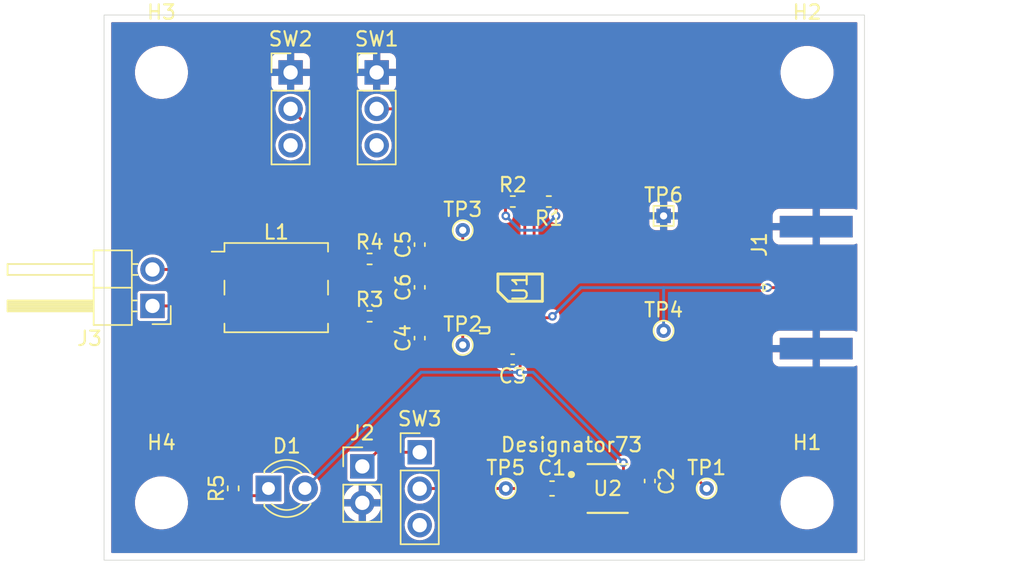
<source format=kicad_pcb>
(kicad_pcb (version 20240108) (generator "pcbnew") (generator_version "8.0")
  (layers (0 "F.Cu" signal) (31 "B.Cu" signal) (34 "B.Paste" user) (35 "F.Paste" user) (36 "B.SilkS" user "B.Silkscreen") (37 "F.SilkS" user "F.Silkscreen") (38 "B.Mask" user) (39 "F.Mask" user) (44 "Edge.Cuts" user))
  (net 0 "")
  (net 1 "GND")
  (net 2 "Net-(SW3-B)")
  (net 3 "+3.3V")
  (net 4 "/IN+")
  (net 5 "/IN-")
  (net 6 "Net-(D1-K)")
  (net 7 "Net-(J1-In)")
  (net 8 "/EXT_IN+")
  (net 9 "/EXT_IN-")
  (net 10 "/GS0")
  (net 11 "/GS1")
  (net 12 "Net-(L1-Pad3)")
  (net 13 "Net-(L1-Pad4)")
  (net 15 "/VBAT+")
  (footprint "MountingHole:MountingHole_3.2mm_M3" (layer "F.Cu") (at 144 77)
    (property "Reference" "H3" (at 0 -4.2 0) (layer "F.SilkS"))
    (property "Value" "MountingHole")
    (pad "" np_thru_hole circle (at 0 0) (size 3.2 3.2) (drill 3.2) (layers "*.Cu" "*.Mask"))
  )
  (footprint "Resistor_SMD:R_0402_1005Metric" (layer "F.Cu") (at 149 105.99 90)
    (property "Reference" "R5" (at 0 -1.17 270) (layer "F.SilkS"))
    (property "Value" "100")
    (fp_line (start -0.153641 -0.38) (end 0.153641 -0.38) (stroke (width 0.12)) (layer "F.SilkS"))
    (fp_line (start -0.153641 0.38) (end 0.153641 0.38) (stroke (width 0.12)) (layer "F.SilkS"))
    (pad "1" smd roundrect (at -0.51 0 90) (size 0.54 0.64) (layers "F.Cu" "F.Paste" "F.Mask") (net 6 "Net-(D1-K)"))
    (pad "2" smd roundrect (at 0.51 0 90) (size 0.54 0.64) (layers "F.Cu" "F.Paste" "F.Mask") (net 1 "GND"))
  )
  (footprint "Capacitor_SMD:C_0402_1005Metric" (layer "F.Cu") (at 162 95.52 90)
    (property "Reference" "C4" (at 0 -1.16 270) (layer "F.SilkS"))
    (property "Value" "10n")
    (fp_line (start -0.107836 -0.36) (end 0.107836 -0.36) (stroke (width 0.12)) (layer "F.SilkS"))
    (fp_line (start -0.107836 0.36) (end 0.107836 0.36) (stroke (width 0.12)) (layer "F.SilkS"))
    (pad "1" smd roundrect (at -0.48 0 90) (size 0.56 0.62) (layers "F.Cu" "F.Paste" "F.Mask") (net 1 "GND"))
    (pad "2" smd roundrect (at 0.48 0 90) (size 0.56 0.62) (layers "F.Cu" "F.Paste" "F.Mask") (net 5 "/IN-"))
  )
  (footprint "MountingHole:MountingHole_3.2mm_M3" (layer "F.Cu") (at 189 77)
    (property "Reference" "H2" (at 0 -4.2 0) (layer "F.SilkS"))
    (property "Value" "MountingHole")
    (pad "" np_thru_hole circle (at 0 0) (size 3.2 3.2) (drill 3.2) (layers "*.Cu" "*.Mask"))
  )
  (footprint "Connector_PinHeader_2.54mm:PinHeader_1x02_P2.54mm_Horizontal" (layer "F.Cu") (at 143.375 93.275 180)
    (property "Reference" "J3" (at 4.385 -2.27 180) (layer "F.SilkS"))
    (property "Value" "Conn_01x02_Pin")
    (fp_line (start 10.1 2.92) (end 4.1 2.92) (stroke (width 0.12)) (layer "F.SilkS"))
    (fp_line (start 10.1 2.16) (end 10.1 2.92) (stroke (width 0.12)) (layer "F.SilkS"))
    (fp_line (start 10.1 0.38) (end 4.1 0.38) (stroke (width 0.12)) (layer "F.SilkS"))
    (fp_line (start 10.1 -0.38) (end 10.1 0.38) (stroke (width 0.12)) (layer "F.SilkS"))
    (fp_line (start 4.1 3.87) (end 4.1 -1.33) (stroke (width 0.12)) (layer "F.SilkS"))
    (fp_line (start 4.1 2.16) (end 10.1 2.16) (stroke (width 0.12)) (layer "F.SilkS"))
    (fp_line (start 4.1 0.28) (end 10.1 0.28) (stroke (width 0.12)) (layer "F.SilkS"))
    (fp_line (start 4.1 0.16) (end 10.1 0.16) (stroke (width 0.12)) (layer "F.SilkS"))
    (fp_line (start 4.1 0.04) (end 10.1 0.04) (stroke (width 0.12)) (layer "F.SilkS"))
    (fp_line (start 4.1 -0.08) (end 10.1 -0.08) (stroke (width 0.12)) (layer "F.SilkS"))
    (fp_line (start 4.1 -0.2) (end 10.1 -0.2) (stroke (width 0.12)) (layer "F.SilkS"))
    (fp_line (start 4.1 -0.32) (end 10.1 -0.32) (stroke (width 0.12)) (layer "F.SilkS"))
    (fp_line (start 4.1 -0.38) (end 10.1 -0.38) (stroke (width 0.12)) (layer "F.SilkS"))
    (fp_line (start 4.1 -1.33) (end 1.44 -1.33) (stroke (width 0.12)) (layer "F.SilkS"))
    (fp_line (start 1.44 3.87) (end 4.1 3.87) (stroke (width 0.12)) (layer "F.SilkS"))
    (fp_line (start 1.44 1.27) (end 4.1 1.27) (stroke (width 0.12)) (layer "F.SilkS"))
    (fp_line (start 1.44 -1.33) (end 1.44 3.87) (stroke (width 0.12)) (layer "F.SilkS"))
    (fp_line (start 1.11 0.38) (end 1.44 0.38) (stroke (width 0.12)) (layer "F.SilkS"))
    (fp_line (start 1.11 -0.38) (end 1.44 -0.38) (stroke (width 0.12)) (layer "F.SilkS"))
    (fp_line (start 1.042929 2.92) (end 1.44 2.92) (stroke (width 0.12)) (layer "F.SilkS"))
    (fp_line (start 1.042929 2.16) (end 1.44 2.16) (stroke (width 0.12)) (layer "F.SilkS"))
    (fp_line (start -1.27 0) (end -1.27 -1.27) (stroke (width 0.12)) (layer "F.SilkS"))
    (fp_line (start -1.27 -1.27) (end 0 -1.27) (stroke (width 0.12)) (layer "F.SilkS"))
    (pad "1" thru_hole rect (at 0 0 180) (size 1.7 1.7) (drill 1) (layers "*.Cu" "*.Mask") (net 9 "/EXT_IN-"))
    (pad "2" thru_hole oval (at 0 2.54 180) (size 1.7 1.7) (drill 1) (layers "*.Cu" "*.Mask") (net 8 "/EXT_IN+"))
  )
  (footprint "Resistor_SMD:R_0402_1005Metric" (layer "F.Cu") (at 158.51 94)
    (property "Reference" "R3" (at 0 -1.17 0) (layer "F.SilkS"))
    (property "Value" "4.7")
    (fp_line (start -0.153641 -0.38) (end 0.153641 -0.38) (stroke (width 0.12)) (layer "F.SilkS"))
    (fp_line (start -0.153641 0.38) (end 0.153641 0.38) (stroke (width 0.12)) (layer "F.SilkS"))
    (pad "1" smd roundrect (at -0.51 0) (size 0.54 0.64) (layers "F.Cu" "F.Paste" "F.Mask") (net 12 "Net-(L1-Pad3)"))
    (pad "2" smd roundrect (at 0.51 0) (size 0.54 0.64) (layers "F.Cu" "F.Paste" "F.Mask") (net 5 "/IN-"))
  )
  (footprint "TestPoint:TestPoint_THTPad_D1.0mm_Drill0.5mm" (layer "F.Cu") (at 168 106)
    (property "Reference" "TP5" (at 0 -1.448 0) (layer "F.SilkS"))
    (property "Value" "TestPoint")
    (fp_circle (center 0 0) (end 0 0.7) (stroke (width 0.12)) (fill none) (layer "F.SilkS"))
    (pad "1" thru_hole circle (at 0 0) (size 1 1) (drill 0.5) (layers "*.Cu" "*.Mask") (net 2 "Net-(SW3-B)"))
  )
  (footprint "LED_THT:LED_D3.0mm" (layer "F.Cu") (at 151.46 106)
    (property "Reference" "D1" (at 1.27 -2.96 0) (layer "F.SilkS"))
    (property "Value" "LED")
    (fp_line (start -0.29 -1.236) (end -0.29 -1.08) (stroke (width 0.12)) (layer "F.SilkS"))
    (fp_line (start -0.29 1.08) (end -0.29 1.236) (stroke (width 0.12)) (layer "F.SilkS"))
    (fp_arc (start -0.29 -1.235516) (mid 1.366487 -1.987659) (end 2.942335 -1.078608) (stroke (width 0.12)) (layer "F.SilkS"))
    (fp_arc (start 0.229039 -1.08) (mid 1.270117 -1.5) (end 2.31113 -1.079837) (stroke (width 0.12)) (layer "F.SilkS"))
    (fp_arc (start 2.31113 1.079837) (mid 1.270117 1.5) (end 0.229039 1.08) (stroke (width 0.12)) (layer "F.SilkS"))
    (fp_arc (start 2.942335 1.078608) (mid 1.366487 1.987659) (end -0.29 1.235516) (stroke (width 0.12)) (layer "F.SilkS"))
    (pad "1" thru_hole rect (at 0 0) (size 1.8 1.8) (drill 0.9) (layers "*.Cu" "*.Mask") (net 6 "Net-(D1-K)"))
    (pad "2" thru_hole circle (at 2.54 0) (size 1.8 1.8) (drill 0.9) (layers "*.Cu" "*.Mask") (net 3 "+3.3V"))
  )
  (footprint "Resistor_SMD:R_0402_1005Metric" (layer "F.Cu") (at 158.51 90)
    (property "Reference" "R4" (at 0 -1.17 0) (layer "F.SilkS"))
    (property "Value" "4.7")
    (fp_line (start -0.153641 -0.38) (end 0.153641 -0.38) (stroke (width 0.12)) (layer "F.SilkS"))
    (fp_line (start -0.153641 0.38) (end 0.153641 0.38) (stroke (width 0.12)) (layer "F.SilkS"))
    (pad "1" smd roundrect (at -0.51 0) (size 0.54 0.64) (layers "F.Cu" "F.Paste" "F.Mask") (net 13 "Net-(L1-Pad4)"))
    (pad "2" smd roundrect (at 0.51 0) (size 0.54 0.64) (layers "F.Cu" "F.Paste" "F.Mask") (net 4 "/IN+"))
  )
  (footprint "Connector_PinHeader_2.54mm:PinHeader_1x03_P2.54mm_Vertical" (layer "F.Cu") (at 162 103.475)
    (property "Reference" "SW3" (at 0 -2.33 0) (layer "F.SilkS"))
    (property "Value" "SW_SPST")
    (fp_line (start -1.33 -1.33) (end 0 -1.33) (stroke (width 0.12)) (layer "F.SilkS"))
    (fp_line (start -1.33 0) (end -1.33 -1.33) (stroke (width 0.12)) (layer "F.SilkS"))
    (fp_line (start -1.33 1.27) (end -1.33 6.41) (stroke (width 0.12)) (layer "F.SilkS"))
    (fp_line (start -1.33 1.27) (end 1.33 1.27) (stroke (width 0.12)) (layer "F.SilkS"))
    (fp_line (start -1.33 6.41) (end 1.33 6.41) (stroke (width 0.12)) (layer "F.SilkS"))
    (fp_line (start 1.33 1.27) (end 1.33 6.41) (stroke (width 0.12)) (layer "F.SilkS"))
    (pad "1" thru_hole rect (at 0 0) (size 1.7 1.7) (drill 1) (layers "*.Cu" "*.Mask") (net 15 "/VBAT+"))
    (pad "2" thru_hole oval (at 0 2.54) (size 1.7 1.7) (drill 1) (layers "*.Cu" "*.Mask") (net 2 "Net-(SW3-B)"))
    (pad "3" thru_hole oval (at 0 5.08) (size 1.7 1.7) (drill 1) (layers "*.Cu" "*.Mask"))
  )
  (footprint "Capacitor_SMD:C_0402_1005Metric" (layer "F.Cu") (at 162 91.98 90)
    (property "Reference" "C6" (at 0 -1.16 270) (layer "F.SilkS"))
    (property "Value" "33n")
    (fp_line (start -0.107836 -0.36) (end 0.107836 -0.36) (stroke (width 0.12)) (layer "F.SilkS"))
    (fp_line (start -0.107836 0.36) (end 0.107836 0.36) (stroke (width 0.12)) (layer "F.SilkS"))
    (pad "1" smd roundrect (at -0.48 0 90) (size 0.56 0.62) (layers "F.Cu" "F.Paste" "F.Mask") (net 5 "/IN-"))
    (pad "2" smd roundrect (at 0.48 0 90) (size 0.56 0.62) (layers "F.Cu" "F.Paste" "F.Mask") (net 4 "/IN+"))
  )
  (footprint "TestPoint:TestPoint_THTPad_D1.0mm_Drill0.5mm" (layer "F.Cu") (at 182 106)
    (property "Reference" "TP1" (at 0 -1.448 0) (layer "F.SilkS"))
    (property "Value" "TestPoint")
    (fp_circle (center 0 0) (end 0 0.7) (stroke (width 0.12)) (fill none) (layer "F.SilkS"))
    (pad "1" thru_hole circle (at 0 0) (size 1 1) (drill 0.5) (layers "*.Cu" "*.Mask") (net 3 "+3.3V"))
  )
  (footprint "Connector_PinHeader_2.54mm:PinHeader_1x02_P2.54mm_Vertical" (layer "F.Cu") (at 158 104.46)
    (property "Reference" "J2" (at 0 -2.33 0) (layer "F.SilkS"))
    (property "Value" "Conn_01x02_Pin")
    (fp_line (start -1.33 -1.33) (end 0 -1.33) (stroke (width 0.12)) (layer "F.SilkS"))
    (fp_line (start -1.33 0) (end -1.33 -1.33) (stroke (width 0.12)) (layer "F.SilkS"))
    (fp_line (start -1.33 1.27) (end -1.33 3.87) (stroke (width 0.12)) (layer "F.SilkS"))
    (fp_line (start -1.33 1.27) (end 1.33 1.27) (stroke (width 0.12)) (layer "F.SilkS"))
    (fp_line (start -1.33 3.87) (end 1.33 3.87) (stroke (width 0.12)) (layer "F.SilkS"))
    (fp_line (start 1.33 1.27) (end 1.33 3.87) (stroke (width 0.12)) (layer "F.SilkS"))
    (pad "1" thru_hole rect (at 0 0) (size 1.7 1.7) (drill 1) (layers "*.Cu" "*.Mask") (net 15 "/VBAT+"))
    (pad "2" thru_hole oval (at 0 2.54) (size 1.7 1.7) (drill 1) (layers "*.Cu" "*.Mask") (net 1 "GND"))
  )
  (footprint "Capacitor_SMD:C_0402_1005Metric" (layer "F.Cu") (at 178.04 105.48 -90)
    (property "Reference" "C2" (at 0 -1.16 90) (layer "F.SilkS"))
    (property "Value" "1u")
    (fp_line (start -0.107836 0.36) (end 0.107836 0.36) (stroke (width 0.12)) (layer "F.SilkS"))
    (fp_line (start -0.107836 -0.36) (end 0.107836 -0.36) (stroke (width 0.12)) (layer "F.SilkS"))
    (pad "1" smd roundrect (at -0.48 0 270) (size 0.56 0.62) (layers "F.Cu" "F.Paste" "F.Mask") (net 3 "+3.3V"))
    (pad "2" smd roundrect (at 0.48 0 270) (size 0.56 0.62) (layers "F.Cu" "F.Paste" "F.Mask") (net 1 "GND"))
  )
  (footprint "Capacitor_SMD:C_0402_1005Metric" (layer "F.Cu") (at 162 89 90)
    (property "Reference" "C5" (at 0 -1.16 270) (layer "F.SilkS"))
    (property "Value" "10n")
    (fp_line (start -0.107836 -0.36) (end 0.107836 -0.36) (stroke (width 0.12)) (layer "F.SilkS"))
    (fp_line (start -0.107836 0.36) (end 0.107836 0.36) (stroke (width 0.12)) (layer "F.SilkS"))
    (pad "1" smd roundrect (at -0.48 0 90) (size 0.56 0.62) (layers "F.Cu" "F.Paste" "F.Mask") (net 4 "/IN+"))
    (pad "2" smd roundrect (at 0.48 0 90) (size 0.56 0.62) (layers "F.Cu" "F.Paste" "F.Mask") (net 1 "GND"))
  )
  (footprint "TPS7A2033:DBV0005A-IPC_B" (layer "F.Cu") (at 175.100483 106)
    (property "Reference" "U2" (at 0 0 0) (layer "F.SilkS"))
    (property "Value" "TPS7A2033PDBVR")
    (fp_line (start -1.4 -1.699999) (end 1.4 -1.699999) (stroke (width 0.15)) (layer "F.SilkS"))
    (fp_line (start -1.4 1.699999) (end 1.4 1.699999) (stroke (width 0.15)) (layer "F.SilkS"))
    (fp_circle (center -2.5281 -0.974999) (end -2.403099 -0.974999) (stroke (width 0.25)) (fill none) (layer "F.SilkS"))
    (fp_text user "Designator73" (at -2.5146 -3.048 0) (layer "F.SilkS"))
    (pad "1" smd rect (at -1.100483 -0.950001) (size 1.505237 0.572132) (layers "F.Cu" "F.Paste" "F.Mask") (net 2 "Net-(SW3-B)"))
    (pad "2" smd rect (at -1.100483 0) (size 1.505237 0.572132) (layers "F.Cu" "F.Paste" "F.Mask") (net 1 "GND"))
    (pad "3" smd rect (at -1.100483 0.950001) (size 1.505237 0.572132) (layers "F.Cu" "F.Paste" "F.Mask") (net 2 "Net-(SW3-B)"))
    (pad "4" smd rect (at 1.100483 0.950001) (size 1.505237 0.572132) (layers "F.Cu" "F.Paste" "F.Mask"))
    (pad "5" smd rect (at 1.100483 -0.950001) (size 1.505237 0.572132) (layers "F.Cu" "F.Paste" "F.Mask") (net 3 "+3.3V"))
  )
  (footprint "TestPoint:TestPoint_THTPad_1.0x1.0mm_Drill0.5mm" (layer "F.Cu") (at 179 87)
    (property "Reference" "TP6" (at 0 -1.448 0) (layer "F.SilkS"))
    (property "Value" "TestPoint_Alt")
    (fp_line (start -0.7 -0.7) (end 0.7 -0.7) (stroke (width 0.12)) (layer "F.SilkS"))
    (fp_line (start -0.7 0.7) (end -0.7 -0.7) (stroke (width 0.12)) (layer "F.SilkS"))
    (fp_line (start 0.7 -0.7) (end 0.7 0.7) (stroke (width 0.12)) (layer "F.SilkS"))
    (fp_line (start 0.7 0.7) (end -0.7 0.7) (stroke (width 0.12)) (layer "F.SilkS"))
    (pad "1" thru_hole rect (at 0 0) (size 1 1) (drill 0.5) (layers "*.Cu" "*.Mask") (net 1 "GND"))
  )
  (footprint "Resistor_SMD:R_0402_1005Metric" (layer "F.Cu") (at 171 86 180)
    (property "Reference" "R1" (at 0 -1.17 180) (layer "F.SilkS"))
    (property "Value" "10k")
    (fp_line (start -0.153641 0.38) (end 0.153641 0.38) (stroke (width 0.12)) (layer "F.SilkS"))
    (fp_line (start -0.153641 -0.38) (end 0.153641 -0.38) (stroke (width 0.12)) (layer "F.SilkS"))
    (pad "1" smd roundrect (at -0.51 0 180) (size 0.54 0.64) (layers "F.Cu" "F.Paste" "F.Mask") (net 3 "+3.3V"))
    (pad "2" smd roundrect (at 0.51 0 180) (size 0.54 0.64) (layers "F.Cu" "F.Paste" "F.Mask") (net 10 "/GS0"))
  )
  (footprint "Capacitor_SMD:C_0402_1005Metric" (layer "F.Cu") (at 168.48 97 180)
    (property "Reference" "C3" (at 0 -1.16 180) (layer "F.SilkS"))
    (property "Value" "100n")
    (fp_line (start -0.107836 0.36) (end 0.107836 0.36) (stroke (width 0.12)) (layer "F.SilkS"))
    (fp_line (start -0.107836 -0.36) (end 0.107836 -0.36) (stroke (width 0.12)) (layer "F.SilkS"))
    (pad "1" smd roundrect (at -0.48 0 180) (size 0.56 0.62) (layers "F.Cu" "F.Paste" "F.Mask") (net 3 "+3.3V"))
    (pad "2" smd roundrect (at 0.48 0 180) (size 0.56 0.62) (layers "F.Cu" "F.Paste" "F.Mask") (net 1 "GND"))
  )
  (footprint "Resistor_SMD:R_0402_1005Metric" (layer "F.Cu") (at 168.49 86)
    (property "Reference" "R2" (at 0 -1.17 360) (layer "F.SilkS"))
    (property "Value" "10k")
    (fp_line (start -0.153641 -0.38) (end 0.153641 -0.38) (stroke (width 0.12)) (layer "F.SilkS"))
    (fp_line (start -0.153641 0.38) (end 0.153641 0.38) (stroke (width 0.12)) (layer "F.SilkS"))
    (pad "1" smd roundrect (at -0.51 0) (size 0.54 0.64) (layers "F.Cu" "F.Paste" "F.Mask") (net 3 "+3.3V"))
    (pad "2" smd roundrect (at 0.51 0) (size 0.54 0.64) (layers "F.Cu" "F.Paste" "F.Mask") (net 11 "/GS1"))
  )
  (footprint "MountingHole:MountingHole_3.2mm_M3" (layer "F.Cu") (at 189 107)
    (property "Reference" "H1" (at 0 -4.2 0) (layer "F.SilkS"))
    (property "Value" "MountingHole")
    (pad "" np_thru_hole circle (at 0 0) (size 3.2 3.2) (drill 3.2) (layers "*.Cu" "*.Mask"))
  )
  (footprint "Connector_PinHeader_2.54mm:PinHeader_1x03_P2.54mm_Vertical" (layer "F.Cu") (at 159 77)
    (property "Reference" "SW1" (at 0 -2.33 0) (layer "F.SilkS"))
    (property "Value" "SW_SPST")
    (fp_line (start -1.33 -1.33) (end 0 -1.33) (stroke (width 0.12)) (layer "F.SilkS"))
    (fp_line (start -1.33 0) (end -1.33 -1.33) (stroke (width 0.12)) (layer "F.SilkS"))
    (fp_line (start -1.33 1.27) (end -1.33 6.41) (stroke (width 0.12)) (layer "F.SilkS"))
    (fp_line (start -1.33 1.27) (end 1.33 1.27) (stroke (width 0.12)) (layer "F.SilkS"))
    (fp_line (start -1.33 6.41) (end 1.33 6.41) (stroke (width 0.12)) (layer "F.SilkS"))
    (fp_line (start 1.33 1.27) (end 1.33 6.41) (stroke (width 0.12)) (layer "F.SilkS"))
    (pad "1" thru_hole rect (at 0 0) (size 1.7 1.7) (drill 1) (layers "*.Cu" "*.Mask") (net 1 "GND"))
    (pad "2" thru_hole oval (at 0 2.54) (size 1.7 1.7) (drill 1) (layers "*.Cu" "*.Mask") (net 10 "/GS0"))
    (pad "3" thru_hole oval (at 0 5.08) (size 1.7 1.7) (drill 1) (layers "*.Cu" "*.Mask"))
  )
  (footprint "TestPoint:TestPoint_THTPad_D1.0mm_Drill0.5mm" (layer "F.Cu") (at 179 95)
    (property "Reference" "TP4" (at 0 -1.448 0) (layer "F.SilkS"))
    (property "Value" "TestPoint")
    (fp_circle (center 0 0) (end 0 0.7) (stroke (width 0.12)) (fill none) (layer "F.SilkS"))
    (pad "1" thru_hole circle (at 0 0) (size 1 1) (drill 0.5) (layers "*.Cu" "*.Mask") (net 7 "Net-(J1-In)"))
  )
  (footprint "TestPoint:TestPoint_THTPad_D1.0mm_Drill0.5mm" (layer "F.Cu") (at 165 96)
    (property "Reference" "TP2" (at 0 -1.448 0) (layer "F.SilkS"))
    (property "Value" "TestPoint")
    (fp_circle (center 0 0) (end 0 0.7) (stroke (width 0.12)) (fill none) (layer "F.SilkS"))
    (pad "1" thru_hole circle (at 0 0) (size 1 1) (drill 0.5) (layers "*.Cu" "*.Mask") (net 5 "/IN-"))
  )
  (footprint "Connector_PinHeader_2.54mm:PinHeader_1x03_P2.54mm_Vertical" (layer "F.Cu") (at 153 77)
    (property "Reference" "SW2" (at 0 -2.33 0) (layer "F.SilkS"))
    (property "Value" "SW_SPST")
    (fp_line (start -1.33 -1.33) (end 0 -1.33) (stroke (width 0.12)) (layer "F.SilkS"))
    (fp_line (start -1.33 0) (end -1.33 -1.33) (stroke (width 0.12)) (layer "F.SilkS"))
    (fp_line (start -1.33 1.27) (end -1.33 6.41) (stroke (width 0.12)) (layer "F.SilkS"))
    (fp_line (start -1.33 1.27) (end 1.33 1.27) (stroke (width 0.12)) (layer "F.SilkS"))
    (fp_line (start -1.33 6.41) (end 1.33 6.41) (stroke (width 0.12)) (layer "F.SilkS"))
    (fp_line (start 1.33 1.27) (end 1.33 6.41) (stroke (width 0.12)) (layer "F.SilkS"))
    (pad "1" thru_hole rect (at 0 0) (size 1.7 1.7) (drill 1) (layers "*.Cu" "*.Mask") (net 1 "GND"))
    (pad "2" thru_hole oval (at 0 2.54) (size 1.7 1.7) (drill 1) (layers "*.Cu" "*.Mask") (net 11 "/GS1"))
    (pad "3" thru_hole oval (at 0 5.08) (size 1.7 1.7) (drill 1) (layers "*.Cu" "*.Mask"))
  )
  (footprint "TestPoint:TestPoint_THTPad_D1.0mm_Drill0.5mm" (layer "F.Cu") (at 165 88)
    (property "Reference" "TP3" (at 0 -1.448 0) (layer "F.SilkS"))
    (property "Value" "TestPoint")
    (fp_circle (center 0 0) (end 0 0.7) (stroke (width 0.12)) (fill none) (layer "F.SilkS"))
    (pad "1" thru_hole circle (at 0 0) (size 1 1) (drill 0.5) (layers "*.Cu" "*.Mask") (net 4 "/IN+"))
  )
  (footprint "Capacitor_SMD:C_0603_1608Metric" (layer "F.Cu") (at 171.225 106)
    (property "Reference" "C1" (at 0 -1.43 0) (layer "F.SilkS"))
    (property "Value" "1u")
    (fp_line (start -0.14058 -0.51) (end 0.14058 -0.51) (stroke (width 0.12)) (layer "F.SilkS"))
    (fp_line (start -0.14058 0.51) (end 0.14058 0.51) (stroke (width 0.12)) (layer "F.SilkS"))
    (pad "1" smd roundrect (at -0.775 0) (size 0.9 0.95) (layers "F.Cu" "F.Paste" "F.Mask") (net 2 "Net-(SW3-B)"))
    (pad "2" smd roundrect (at 0.775 0) (size 0.9 0.95) (layers "F.Cu" "F.Paste" "F.Mask") (net 1 "GND"))
  )
  (footprint "MountingHole:MountingHole_3.2mm_M3" (layer "F.Cu") (at 144 107)
    (property "Reference" "H4" (at 0 -4.2 0) (layer "F.SilkS"))
    (property "Value" "MountingHole")
    (pad "" np_thru_hole circle (at 0 0) (size 3.2 3.2) (drill 3.2) (layers "*.Cu" "*.Mask"))
  )
  (footprint "INA225:DGK0008A_N" (layer "F.Cu") (at 169 92 90)
    (property "Reference" "U1" (at 0 0 90) (layer "F.SilkS"))
    (property "Value" "INA225AIDGKR")
    (fp_line (start -0.249997 -1.550002) (end 0.950001 -1.550002) (stroke (width 0.2)) (layer "F.SilkS"))
    (fp_line (start -0.949998 -0.850001) (end -0.249997 -1.550002) (stroke (width 0.2)) (layer "F.SilkS"))
    (fp_line (start 0.950001 1.549997) (end 0.950001 -1.550002) (stroke (width 0.2)) (layer "F.SilkS"))
    (fp_line (start -0.949998 1.549997) (end -0.949998 -0.850001) (stroke (width 0.2)) (layer "F.SilkS"))
    (fp_line (start -0.949998 1.549997) (end 0.950001 1.549997) (stroke (width 0.2)) (layer "F.SilkS"))
    (fp_text user "u" (at -2.9718 -2.5908 90) (layer "F.SilkS"))
    (pad "1" smd oval (at -2.099998 -0.975002 180) (size 0.449999 1.699999) (layers "F.Cu" "F.Paste" "F.Mask") (net 5 "/IN-"))
    (pad "2" smd oval (at -2.099998 -0.325001 180) (size 0.449999 1.699999) (layers "F.Cu" "F.Paste" "F.Mask") (net 1 "GND"))
    (pad "3" smd oval (at -2.099998 0.324998 180) (size 0.449999 1.699999) (layers "F.Cu" "F.Paste" "F.Mask") (net 3 "+3.3V"))
    (pad "4" smd oval (at -2.099998 0.974999 180) (size 0.449999 1.699999) (layers "F.Cu" "F.Paste" "F.Mask") (net 7 "Net-(J1-In)"))
    (pad "5" smd oval (at 2.100001 0.974999 180) (size 0.449999 1.699999) (layers "F.Cu" "F.Paste" "F.Mask") (net 10 "/GS0"))
    (pad "6" smd oval (at 2.100001 0.324998 180) (size 0.449999 1.699999) (layers "F.Cu" "F.Paste" "F.Mask") (net 11 "/GS1"))
    (pad "7" smd oval (at 2.100001 -0.325001 180) (size 0.449999 1.699999) (layers "F.Cu" "F.Paste" "F.Mask") (net 1 "GND"))
    (pad "8" smd oval (at 2.100001 -0.975002 180) (size 0.449999 1.699999) (layers "F.Cu" "F.Paste" "F.Mask") (net 4 "/IN+"))
  )
  (footprint "Inductor_SMD:L_CommonModeChoke_TDK_ACM7060" (layer "F.Cu") (at 152 92)
    (property "Reference" "L1" (at 0 -3.87 0) (layer "F.SilkS"))
    (property "Value" "L_Coupled")
    (fp_line (start -3.61 -3.11) (end 3.61 -3.11) (stroke (width 0.12)) (layer "F.SilkS"))
    (fp_line (start -3.61 -2.51) (end -4.5 -2.51) (stroke (width 0.12)) (layer "F.SilkS"))
    (fp_line (start -3.61 -2.51) (end -3.61 -3.11) (stroke (width 0.12)) (layer "F.SilkS"))
    (fp_line (start -3.61 0.49) (end -3.61 -0.49) (stroke (width 0.12)) (layer "F.SilkS"))
    (fp_line (start -3.61 3.11) (end -3.61 2.51) (stroke (width 0.12)) (layer "F.SilkS"))
    (fp_line (start -3.61 3.11) (end 3.61 3.11) (stroke (width 0.12)) (layer "F.SilkS"))
    (fp_line (start 3.61 -2.51) (end 3.61 -3.11) (stroke (width 0.12)) (layer "F.SilkS"))
    (fp_line (start 3.61 0.49) (end 3.61 -0.49) (stroke (width 0.12)) (layer "F.SilkS"))
    (fp_line (start 3.61 3.11) (end 3.61 2.51) (stroke (width 0.12)) (layer "F.SilkS"))
    (pad "1" smd roundrect (at -3.25 -1.5) (size 2.5 1.5) (layers "F.Cu" "F.Paste" "F.Mask") (roundrect_rratio 0.1666666667) (net 8 "/EXT_IN+"))
    (pad "2" smd roundrect (at -3.25 1.5) (size 2.5 1.5) (layers "F.Cu" "F.Paste" "F.Mask") (roundrect_rratio 0.1666666667) (net 9 "/EXT_IN-"))
    (pad "3" smd roundrect (at 3.25 1.5) (size 2.5 1.5) (layers "F.Cu" "F.Paste" "F.Mask") (roundrect_rratio 0.1666666667) (net 12 "Net-(L1-Pad3)"))
    (pad "4" smd roundrect (at 3.25 -1.5) (size 2.5 1.5) (layers "F.Cu" "F.Paste" "F.Mask") (roundrect_rratio 0.1666666667) (net 13 "Net-(L1-Pad4)"))
  )
  (footprint "Connector_Coaxial:SMA_Amphenol_132289_EdgeMount" (layer "F.Cu") (at 189.6375 92)
    (property "Reference" "J1" (at -3.96 -3 90) (layer "F.SilkS"))
    (property "Value" "Conn_Coaxial")
    (fp_line (start -3.71 -0.25) (end -3.71 0.25) (stroke (width 0.12)) (layer "F.SilkS"))
    (fp_line (start -3.71 0.25) (end -3.21 0) (stroke (width 0.12)) (layer "F.SilkS"))
    (fp_line (start -3.21 0) (end -3.71 -0.25) (stroke (width 0.12)) (layer "F.SilkS"))
    (pad "1" smd rect (at 0 0 90) (size 1.5 5.08) (layers "F.Cu" "F.Paste" "F.Mask") (net 7 "Net-(J1-In)"))
    (pad "2" smd rect (at 0 -4.25 90) (size 1.5 5.08) (layers "F.Cu" "F.Paste" "F.Mask") (net 1 "GND"))
    (pad "2" smd rect (at 0 -4.25 90) (size 1.5 5.08) (layers "B.Cu" "B.Paste" "B.Mask") (net 1 "GND"))
    (pad "2" smd rect (at 0 4.25 90) (size 1.5 5.08) (layers "F.Cu" "F.Paste" "F.Mask") (net 1 "GND"))
    (pad "2" smd rect (at 0 4.25 90) (size 1.5 5.08) (layers "B.Cu" "B.Paste" "B.Mask") (net 1 "GND"))
  )
  (gr_rect (start 140 73) (end 193 111) (stroke (width 0.05)) (fill none) (layer "Edge.Cuts"))
  (segment (start 175.052618 106.1) (end 175.052618 107.947382) (width 0.2) (layer "F.Cu") (net 1))
  (segment (start 174 106) (end 174.784413 106) (width 0.2) (layer "F.Cu") (net 1))
  (segment (start 175 108) (end 175.052618 107.947382) (width 0.2) (layer "F.Cu") (net 1))
  (segment (start 175.148348 105.636065) (end 175.148348 104.148348) (width 0.2) (layer "F.Cu") (net 1))
  (segment (start 175.148348 104.148348) (end 175 104) (width 0.2) (layer "F.Cu") (net 1))
  (segment (start 174.784413 106) (end 175.148348 105.636065) (width 0.2) (layer "F.Cu") (net 1))
  (segment (start 174 106) (end 174.952618 106) (width 0.2) (layer "F.Cu") (net 1))
  (segment (start 174.952618 106) (end 175.052618 106.1) (width 0.2) (layer "F.Cu") (net 1))
  (segment (start 171.400001 106.950001) (end 170.45 106) (width 0.2) (layer "F.Cu") (net 2))
  (segment (start 168 106) (end 170.45 106) (width 0.2) (layer "F.Cu") (net 2))
  (segment (start 174 105.049999) (end 171.400001 105.049999) (width 0.2) (layer "F.Cu") (net 2))
  (segment (start 168 106) (end 162.015 106) (width 0.2) (layer "F.Cu") (net 2))
  (segment (start 174 106.950001) (end 171.400001 106.950001) (width 0.2) (layer "F.Cu") (net 2))
  (segment (start 162.015 106) (end 162 106.015) (width 0.2) (layer "F.Cu") (net 2))
  (segment (start 171.400001 105.049999) (end 170.45 106) (width 0.2) (layer "F.Cu") (net 2))
  (segment (start 178.04 105) (end 181 105) (width 0.2) (layer "F.Cu") (net 3))
  (segment (start 167.98 86) (end 167.98 86.98) (width 0.2) (layer "F.Cu") (net 3))
  (segment (start 176.250965 105) (end 176.200966 105.049999) (width 0.2) (layer "F.Cu") (net 3))
  (segment (start 178.04 105) (end 176.250965 105) (width 0.2) (layer "F.Cu") (net 3))
  (segment (start 171.51 86) (end 171.51 86.99) (width 0.2) (layer "F.Cu") (net 3))
  (segment (start 176.200966 104.200966) (end 176.2 104.2) (width 0.2) (layer "F.Cu") (net 3))
  (segment (start 167.98 86.98) (end 168 87) (width 0.2) (layer "F.Cu") (net 3))
  (segment (start 168.96 97) (end 169.324998 96.635002) (width 0.2) (layer "F.Cu") (net 3))
  (segment (start 169 97.9) (end 169 97.04) (width 0.2) (layer "F.Cu") (net 3))
  (segment (start 169.324998 96.635002) (end 169.324998 94.099998) (width 0.2) (layer "F.Cu") (net 3))
  (segment (start 176.200966 105.049999) (end 176.200966 104.200966) (width 0.2) (layer "F.Cu") (net 3))
  (segment (start 169 97.04) (end 168.96 97) (width 0.2) (layer "F.Cu") (net 3))
  (segment (start 181 105) (end 182 106) (width 0.2) (layer "F.Cu") (net 3))
  (segment (start 171.51 86.99) (end 171.5 87) (width 0.2) (layer "F.Cu") (net 3))
  (via (at 176.2 104.2) (size 0.6) (drill 0.3) (layers "F.Cu" "B.Cu") (net 3))
  (via (at 168 87) (size 0.6) (drill 0.3) (layers "F.Cu" "B.Cu") (net 3))
  (via (at 169 97.9) (size 0.6) (drill 0.3) (layers "F.Cu" "B.Cu") (net 3))
  (via (at 171.5 87) (size 0.6) (drill 0.3) (layers "F.Cu" "B.Cu") (net 3))
  (segment (start 168 87) (end 169 88) (width 0.2) (layer "B.Cu") (net 3))
  (segment (start 171.5 87) (end 170.5 88) (width 0.2) (layer "B.Cu") (net 3))
  (segment (start 169.9 97.9) (end 169 97.9) (width 0.2) (layer "B.Cu") (net 3))
  (segment (start 162.1 97.9) (end 154 106) (width 0.2) (layer "B.Cu") (net 3))
  (segment (start 176.2 104.2) (end 169.9 97.9) (width 0.2) (layer "B.Cu") (net 3))
  (segment (start 169 97.9) (end 162.1 97.9) (width 0.2) (layer "B.Cu") (net 3))
  (segment (start 170.5 88) (end 169 88) (width 0.2) (layer "B.Cu") (net 3))
  (segment (start 159.02 90) (end 162 90) (width 0.2) (layer "F.Cu") (net 4))
  (segment (start 167.924997 90) (end 168.024998 89.899999) (width 0.2) (layer "F.Cu") (net 4))
  (segment (start 162 90) (end 162 91.5) (width 0.2) (layer "F.Cu") (net 4))
  (segment (start 162 90) (end 165 90) (width 0.2) (layer "F.Cu") (net 4))
  (segment (start 162 89.48) (end 162 90) (width 0.2) (layer "F.Cu") (net 4))
  (segment (start 165 90) (end 167.924997 90) (width 0.2) (layer "F.Cu") (net 4))
  (segment (start 165 88) (end 165 90) (width 0.2) (layer "F.Cu") (net 4))
  (segment (start 162 94) (end 162 92.46) (width 0.2) (layer "F.Cu") (net 5))
  (segment (start 165 94) (end 167.925 94) (width 0.2) (layer "F.Cu") (net 5))
  (segment (start 159.02 94) (end 162 94) (width 0.2) (layer "F.Cu") (net 5))
  (segment (start 167.925 94) (end 168.024998 94.099998) (width 0.2) (layer "F.Cu") (net 5))
  (segment (start 165 96) (end 165 94) (width 0.2) (layer "F.Cu") (net 5))
  (segment (start 162 94) (end 165 94) (width 0.2) (layer "F.Cu") (net 5))
  (segment (start 162 94) (end 162 95.04) (width 0.2) (layer "F.Cu") (net 5))
  (segment (start 150.96 106.5) (end 151.46 106) (width 0.2) (layer "F.Cu") (net 6))
  (segment (start 149 106.5) (end 150.96 106.5) (width 0.2) (layer "F.Cu") (net 6))
  (segment (start 186.25 92) (end 189.6375 92) (width 0.2) (layer "F.Cu") (net 7))
  (segment (start 171.150002 94.099998) (end 171.25 94) (width 0.2) (layer "F.Cu") (net 7))
  (segment (start 169.974999 94.099998) (end 171.150002 94.099998) (width 0.2) (layer "F.Cu") (net 7))
  (via (at 186.25 92) (size 0.6) (drill 0.3) (layers "F.Cu" "B.Cu") (net 7))
  (via (at 171.25 94) (size 0.6) (drill 0.3) (layers "F.Cu" "B.Cu") (net 7))
  (segment (start 179 95) (end 179 92) (width 0.2) (layer "B.Cu") (net 7))
  (segment (start 171.25 94) (end 173.25 92) (width 0.2) (layer "B.Cu") (net 7))
  (segment (start 173.25 92) (end 179 92) (width 0.2) (layer "B.Cu") (net 7))
  (segment (start 179 92) (end 186.25 92) (width 0.2) (layer "B.Cu") (net 7))
  (segment (start 148.515 90.735) (end 148.75 90.5) (width 0.2) (layer "F.Cu") (net 8))
  (segment (start 143.375 90.735) (end 148.515 90.735) (width 0.2) (layer "F.Cu") (net 8))
  (segment (start 143.375 93.275) (end 148.525 93.275) (width 0.2) (layer "F.Cu") (net 9))
  (segment (start 148.525 93.275) (end 148.75 93.5) (width 0.2) (layer "F.Cu") (net 9))
  (segment (start 169.974999 89.899999) (end 169.974999 86.515001) (width 0.2) (layer "F.Cu") (net 10))
  (segment (start 164.03 79.54) (end 159 79.54) (width 0.2) (layer "F.Cu") (net 10))
  (segment (start 170.49 86) (end 164.03 79.54) (width 0.2) (layer "F.Cu") (net 10))
  (segment (start 169.974999 86.515001) (end 170.49 86) (width 0.2) (layer "F.Cu") (net 10))
  (segment (start 154.15 80.69) (end 153 79.54) (width 0.2) (layer "F.Cu") (net 11))
  (segment (start 163.69 80.69) (end 154.15 80.69) (width 0.2) (layer "F.Cu") (net 11))
  (segment (start 169.324998 86.324998) (end 169 86) (width 0.2) (layer "F.Cu") (net 11))
  (segment (start 169 86) (end 163.69 80.69) (width 0.2) (layer "F.Cu") (net 11))
  (segment (start 169.324998 89.899999) (end 169.324998 86.324998) (width 0.2) (layer "F.Cu") (net 11))
  (segment (start 157.5 93.5) (end 158 94) (width 0.2) (layer "F.Cu") (net 12))
  (segment (start 155.25 93.5) (end 157.5 93.5) (width 0.2) (layer "F.Cu") (net 12))
  (segment (start 157.5 90.5) (end 158 90) (width 0.2) (layer "F.Cu") (net 13))
  (segment (start 155.25 90.5) (end 157.5 90.5) (width 0.2) (layer "F.Cu") (net 13))
  (segment (start 162 103.475) (end 158.985 103.475) (width 0.2) (layer "F.Cu") (net 15))
  (segment (start 158.985 103.475) (end 158 104.46) (width 0.2) (layer "F.Cu") (net 15))
  (zone (net 1) (net_name "GND") (layers "F&B.Cu") (connect_pads (clearance 0.15)) (min_thickness 0.1) (fill yes (thermal_gap 0.5) (thermal_bridge_width 0.5))
    (polygon (pts (xy 139 72) (xy 194 72) (xy 194 112) (xy 139 112)))
  )
)
</source>
